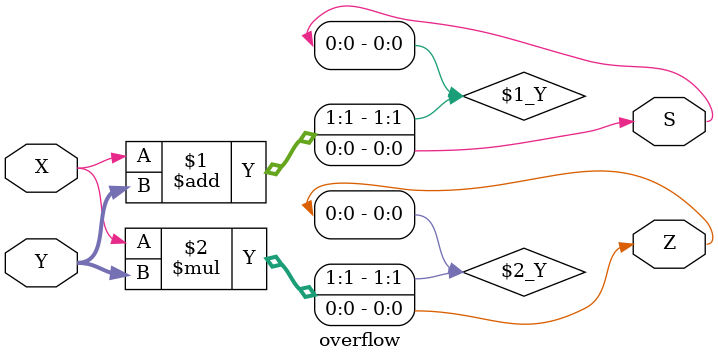
<source format=v>
module overflow (X, Y, S, Z);
input  X;
input  [1:0]Y;
output S;
output Z;

assign S = X + Y;
assign Z = X * Y;
endmodule

</source>
